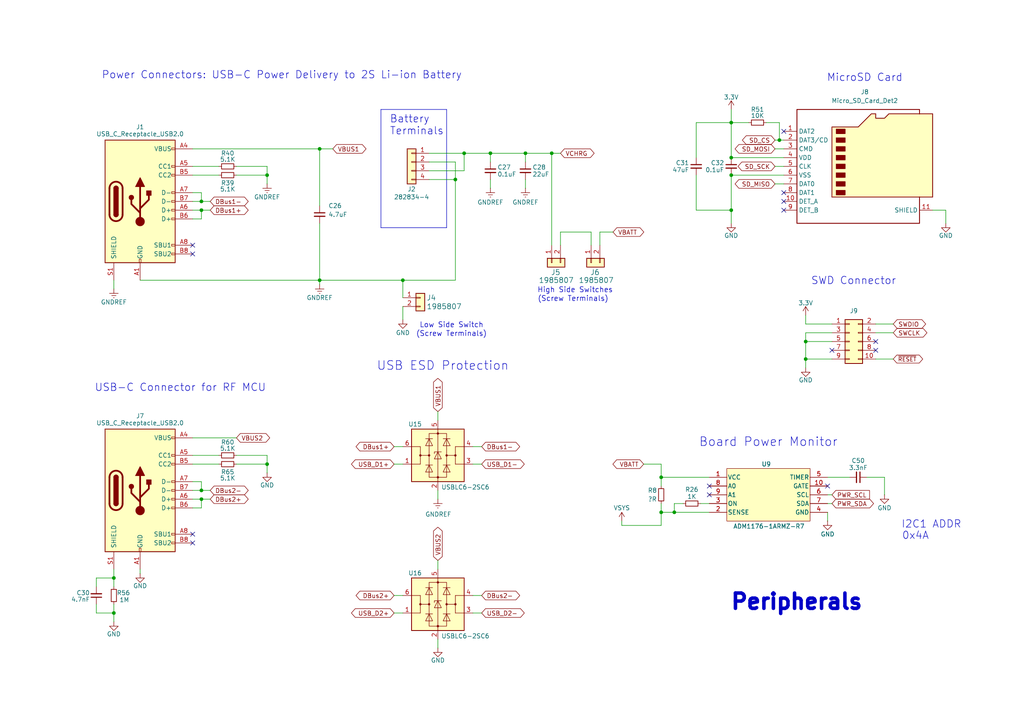
<source format=kicad_sch>
(kicad_sch (version 20231120) (generator "eeschema") (generator_version "8.0")
  (paper "A4")
  (title_block (title "Mainboard") (date "2024-06-16") (rev "v1.1") (company "Argus-1") (comment 1 "M. Holliday") (comment 2 "N. Khera"))
  (lib_symbols
    (symbol "Connector:Micro_SD_Card_Det2"
      (property "Reference" "J" (at -16.51 17.78 0))
      (property "Value" "Micro_SD_Card_Det2" (at 16.51 17.78 0))
      (symbol "Micro_SD_Card_Det2_0_1"
        (rectangle (start -7.62 -6.985) (end -5.08 -8.255) (stroke (width 0.254)) (fill (type outline)))
        (rectangle (start -7.62 -4.445) (end -5.08 -5.715) (stroke (width 0.254)) (fill (type outline)))
        (rectangle (start -7.62 -1.905) (end -5.08 -3.175) (stroke (width 0.254)) (fill (type outline)))
        (rectangle (start -7.62 0.635) (end -5.08 -0.635) (stroke (width 0.254)) (fill (type outline)))
        (rectangle (start -7.62 3.175) (end -5.08 1.905) (stroke (width 0.254)) (fill (type outline)))
        (rectangle (start -7.62 5.715) (end -5.08 4.445) (stroke (width 0.254)) (fill (type outline)))
        (rectangle (start -7.62 8.255) (end -5.08 6.985) (stroke (width 0.254)) (fill (type outline)))
        (rectangle (start -7.62 10.795) (end -5.08 9.525) (stroke (width 0.254)) (fill (type outline)))
        (polyline (pts (xy 16.51 15.24) (xy 16.51 16.51) (xy -19.05 16.51) (xy -19.05 -16.51) (xy 16.51 -16.51) (xy 16.51 -8.89)) (stroke (width 0.254)))
        (polyline (pts (xy -8.89 -8.89) (xy -8.89 11.43) (xy -1.27 11.43) (xy 2.54 15.24) (xy 3.81 15.24) (xy 3.81 13.97) (xy 6.35 13.97) (xy 7.62 15.24) (xy 20.32 15.24) (xy 20.32 -8.89) (xy -8.89 -8.89)) (stroke (width 0.254)) (fill (type background)))
      )
      (symbol "Micro_SD_Card_Det2_1_1"
        (pin bidirectional line (at -22.86 10.16 0) (length 3.81) (name "DAT2") (number "1"))
        (pin passive line (at -22.86 -10.16 0) (length 3.81) (name "DET_A") (number "10"))
        (pin passive line (at 20.32 -12.7 180) (length 3.81) (name "SHIELD") (number "11"))
        (pin bidirectional line (at -22.86 7.62 0) (length 3.81) (name "DAT3/CD") (number "2"))
        (pin input line (at -22.86 5.08 0) (length 3.81) (name "CMD") (number "3"))
        (pin power_in line (at -22.86 2.54 0) (length 3.81) (name "VDD") (number "4"))
        (pin input line (at -22.86 0 0) (length 3.81) (name "CLK") (number "5"))
        (pin power_in line (at -22.86 -2.54 0) (length 3.81) (name "VSS") (number "6"))
        (pin bidirectional line (at -22.86 -5.08 0) (length 3.81) (name "DAT0") (number "7"))
        (pin bidirectional line (at -22.86 -7.62 0) (length 3.81) (name "DAT1") (number "8"))
        (pin passive line (at -22.86 -12.7 0) (length 3.81) (name "DET_B") (number "9"))
      )
    )
    (symbol "Connector:USB_C_Receptacle_USB2.0_16P" (pin_names (offset 1.016))
      (property "Reference" "J" (at 0 22.225 0))
      (property "Value" "USB_C_Receptacle_USB2.0_16P" (at 0 19.685 0))
      (symbol "USB_C_Receptacle_USB2.0_16P_0_0"
        (rectangle (start -0.254 -17.78) (end 0.254 -16.764))
        (rectangle (start 10.16 -14.986) (end 9.144 -15.494))
        (rectangle (start 10.16 -12.446) (end 9.144 -12.954))
        (rectangle (start 10.16 -4.826) (end 9.144 -5.334))
        (rectangle (start 10.16 -2.286) (end 9.144 -2.794))
        (rectangle (start 10.16 0.254) (end 9.144 -0.254))
        (rectangle (start 10.16 2.794) (end 9.144 2.286))
        (rectangle (start 10.16 7.874) (end 9.144 7.366))
        (rectangle (start 10.16 10.414) (end 9.144 9.906))
        (rectangle (start 10.16 15.494) (end 9.144 14.986))
      )
      (symbol "USB_C_Receptacle_USB2.0_16P_0_1"
        (rectangle (start -10.16 17.78) (end 10.16 -17.78) (stroke (width 0.254)) (fill (type background)))
        (arc (start -8.89 -3.81) (mid -6.985 -5.7067) (end -5.08 -3.81) (stroke (width 0.508)))
        (arc (start -7.62 -3.81) (mid -6.985 -4.4423) (end -6.35 -3.81) (stroke (width 0.254)))
        (arc (start -7.62 -3.81) (mid -6.985 -4.4423) (end -6.35 -3.81) (stroke (width 0.254)) (fill (type outline)))
        (rectangle (start -7.62 -3.81) (end -6.35 3.81) (stroke (width 0.254)) (fill (type outline)))
        (arc (start -6.35 3.81) (mid -6.985 4.4423) (end -7.62 3.81) (stroke (width 0.254)))
        (arc (start -6.35 3.81) (mid -6.985 4.4423) (end -7.62 3.81) (stroke (width 0.254)) (fill (type outline)))
        (arc (start -5.08 3.81) (mid -6.985 5.7067) (end -8.89 3.81) (stroke (width 0.508)))
        (circle (center -2.54 1.143) (radius 0.635) (stroke (width 0.254)) (fill (type outline)))
        (circle (center 0 -5.842) (radius 1.27) (fill (type outline)))
        (polyline (pts (xy -8.89 -3.81) (xy -8.89 3.81)) (stroke (width 0.508)))
        (polyline (pts (xy -5.08 3.81) (xy -5.08 -3.81)) (stroke (width 0.508)))
        (polyline (pts (xy 0 -5.842) (xy 0 4.318)) (stroke (width 0.508)))
        (polyline (pts (xy 0 -3.302) (xy -2.54 -0.762) (xy -2.54 0.508)) (stroke (width 0.508)))
        (polyline (pts (xy 0 -2.032) (xy 2.54 0.508) (xy 2.54 1.778)) (stroke (width 0.508)))
        (polyline (pts (xy -1.27 4.318) (xy 0 6.858) (xy 1.27 4.318) (xy -1.27 4.318)) (stroke (width 0.254)) (fill (type outline)))
        (rectangle (start 1.905 1.778) (end 3.175 3.048) (stroke (width 0.254)) (fill (type outline)))
      )
      (symbol "USB_C_Receptacle_USB2.0_16P_1_1"
        (pin passive line (at 0 -22.86 90) (length 5.08) (name "GND") (number "A1"))
        (pin passive line (at 0 -22.86 90) (length 5.08) hide (name "GND") (number "A12"))
        (pin passive line (at 15.24 15.24 180) (length 5.08) (name "VBUS") (number "A4"))
        (pin bidirectional line (at 15.24 10.16 180) (length 5.08) (name "CC1") (number "A5"))
        (pin bidirectional line (at 15.24 -2.54 180) (length 5.08) (name "D+") (number "A6"))
        (pin bidirectional line (at 15.24 2.54 180) (length 5.08) (name "D-") (number "A7"))
        (pin bidirectional line (at 15.24 -12.7 180) (length 5.08) (name "SBU1") (number "A8"))
        (pin passive line (at 15.24 15.24 180) (length 5.08) hide (name "VBUS") (number "A9"))
        (pin passive line (at 0 -22.86 90) (length 5.08) hide (name "GND") (number "B1"))
        (pin passive line (at 0 -22.86 90) (length 5.08) hide (name "GND") (number "B12"))
        (pin passive line (at 15.24 15.24 180) (length 5.08) hide (name "VBUS") (number "B4"))
        (pin bidirectional line (at 15.24 7.62 180) (length 5.08) (name "CC2") (number "B5"))
        (pin bidirectional line (at 15.24 -5.08 180) (length 5.08) (name "D+") (number "B6"))
        (pin bidirectional line (at 15.24 0 180) (length 5.08) (name "D-") (number "B7"))
        (pin bidirectional line (at 15.24 -15.24 180) (length 5.08) (name "SBU2") (number "B8"))
        (pin passive line (at 15.24 15.24 180) (length 5.08) hide (name "VBUS") (number "B9"))
        (pin passive line (at -7.62 -22.86 90) (length 5.08) (name "SHIELD") (number "S1"))
      )
    )
    (symbol "Connector_Generic:Conn_01x02" (pin_names (offset 1.016) hide)
      (property "Reference" "J" (at 0 2.54 0))
      (property "Value" "Conn_01x02" (at 0 -5.08 0))
      (symbol "Conn_01x02_1_1"
        (rectangle (start -1.27 -2.413) (end 0 -2.667) (stroke (width 0.1524)))
        (rectangle (start -1.27 0.127) (end 0 -0.127) (stroke (width 0.1524)))
        (rectangle (start -1.27 1.27) (end 1.27 -3.81) (stroke (width 0.254)) (fill (type background)))
        (pin passive line (at -5.08 0 0) (length 3.81) (name "Pin_1") (number "1"))
        (pin passive line (at -5.08 -2.54 0) (length 3.81) (name "Pin_2") (number "2"))
      )
    )
    (symbol "Connector_Generic:Conn_01x04" (pin_names (offset 1.016) hide)
      (property "Reference" "J" (at 0 5.08 0))
      (property "Value" "Conn_01x04" (at 0 -7.62 0))
      (symbol "Conn_01x04_1_1"
        (rectangle (start -1.27 -4.953) (end 0 -5.207) (stroke (width 0.1524)))
        (rectangle (start -1.27 -2.413) (end 0 -2.667) (stroke (width 0.1524)))
        (rectangle (start -1.27 0.127) (end 0 -0.127) (stroke (width 0.1524)))
        (rectangle (start -1.27 2.667) (end 0 2.413) (stroke (width 0.1524)))
        (rectangle (start -1.27 3.81) (end 1.27 -6.35) (stroke (width 0.254)) (fill (type background)))
        (pin passive line (at -5.08 2.54 0) (length 3.81) (name "Pin_1") (number "1"))
        (pin passive line (at -5.08 0 0) (length 3.81) (name "Pin_2") (number "2"))
        (pin passive line (at -5.08 -2.54 0) (length 3.81) (name "Pin_3") (number "3"))
        (pin passive line (at -5.08 -5.08 0) (length 3.81) (name "Pin_4") (number "4"))
      )
    )
    (symbol "Connector_Generic:Conn_02x05_Odd_Even" (pin_names (offset 1.016) hide)
      (property "Reference" "J" (at 1.27 7.62 0))
      (property "Value" "Conn_02x05_Odd_Even" (at 1.27 -7.62 0))
      (symbol "Conn_02x05_Odd_Even_1_1"
        (rectangle (start -1.27 -4.953) (end 0 -5.207) (stroke (width 0.1524)))
        (rectangle (start -1.27 -2.413) (end 0 -2.667) (stroke (width 0.1524)))
        (rectangle (start -1.27 0.127) (end 0 -0.127) (stroke (width 0.1524)))
        (rectangle (start -1.27 2.667) (end 0 2.413) (stroke (width 0.1524)))
        (rectangle (start -1.27 5.207) (end 0 4.953) (stroke (width 0.1524)))
        (rectangle (start -1.27 6.35) (end 3.81 -6.35) (stroke (width 0.254)) (fill (type background)))
        (rectangle (start 3.81 -4.953) (end 2.54 -5.207) (stroke (width 0.1524)))
        (rectangle (start 3.81 -2.413) (end 2.54 -2.667) (stroke (width 0.1524)))
        (rectangle (start 3.81 0.127) (end 2.54 -0.127) (stroke (width 0.1524)))
        (rectangle (start 3.81 2.667) (end 2.54 2.413) (stroke (width 0.1524)))
        (rectangle (start 3.81 5.207) (end 2.54 4.953) (stroke (width 0.1524)))
        (pin passive line (at -5.08 5.08 0) (length 3.81) (name "Pin_1") (number "1"))
        (pin passive line (at 7.62 -5.08 180) (length 3.81) (name "Pin_10") (number "10"))
        (pin passive line (at 7.62 5.08 180) (length 3.81) (name "Pin_2") (number "2"))
        (pin passive line (at -5.08 2.54 0) (length 3.81) (name "Pin_3") (number "3"))
        (pin passive line (at 7.62 2.54 180) (length 3.81) (name "Pin_4") (number "4"))
        (pin passive line (at -5.08 0 0) (length 3.81) (name "Pin_5") (number "5"))
        (pin passive line (at 7.62 0 180) (length 3.81) (name "Pin_6") (number "6"))
        (pin passive line (at -5.08 -2.54 0) (length 3.81) (name "Pin_7") (number "7"))
        (pin passive line (at 7.62 -2.54 180) (length 3.81) (name "Pin_8") (number "8"))
        (pin passive line (at -5.08 -5.08 0) (length 3.81) (name "Pin_9") (number "9"))
      )
    )
    (symbol "Device:C_Small" (pin_numbers hide) (pin_names (offset 0.254) hide)
      (property "Reference" "C" (at 0.254 1.778 0))
      (property "Value" "C_Small" (at 0.254 -2.032 0))
      (symbol "C_Small_0_1"
        (polyline (pts (xy -1.524 -0.508) (xy 1.524 -0.508)) (stroke (width 0.3302)))
        (polyline (pts (xy -1.524 0.508) (xy 1.524 0.508)) (stroke (width 0.3048)))
      )
      (symbol "C_Small_1_1"
        (pin passive line (at 0 2.54 270) (length 2.032) (name "~") (number "1"))
        (pin passive line (at 0 -2.54 90) (length 2.032) (name "~") (number "2"))
      )
    )
    (symbol "Device:R_Small" (pin_numbers hide) (pin_names (offset 0.254) hide)
      (property "Reference" "R" (at 0.762 0.508 0))
      (property "Value" "R_Small" (at 0.762 -1.016 0))
      (symbol "R_Small_0_1"
        (rectangle (start -0.762 1.778) (end 0.762 -1.778) (stroke (width 0.2032)))
      )
      (symbol "R_Small_1_1"
        (pin passive line (at 0 2.54 270) (length 0.762) (name "~") (number "1"))
        (pin passive line (at 0 -2.54 90) (length 0.762) (name "~") (number "2"))
      )
    )
    (symbol "Mainboard:ADM1176-1ARMZ-R7" (pin_names (offset 0.254))
      (property "Reference" "U9" (at 0 8.89 0))
      (property "Value" "ADM1176-1ARMZ-R7" (at 0.762 -9.144 0))
      (symbol "ADM1176-1ARMZ-R7_1_0"
        (pin unspecified line (at -16.51 5.08 0) (length 5.08) (name "VCC") (number "1"))
        (pin unspecified line (at 17.78 2.54 180) (length 5.08) (name "GATE") (number "10"))
        (pin unspecified line (at -16.51 -5.08 0) (length 5.08) (name "SENSE") (number "2"))
        (pin unspecified line (at -16.51 -2.54 0) (length 5.08) (name "ON") (number "3"))
        (pin unspecified line (at 17.78 -5.08 180) (length 5.08) (name "GND") (number "4"))
        (pin unspecified line (at 17.78 5.08 180) (length 5.08) (name "TIMER") (number "5"))
        (pin unspecified line (at 17.78 0 180) (length 5.08) (name "SCL") (number "6"))
        (pin unspecified line (at 17.78 -2.54 180) (length 5.08) (name "SDA") (number "7"))
        (pin unspecified line (at -16.51 2.54 0) (length 5.08) (name "A0") (number "8"))
        (pin unspecified line (at -16.51 0 0) (length 5.08) (name "A1") (number "9"))
      )
      (symbol "ADM1176-1ARMZ-R7_1_1"
        (rectangle (start -11.43 7.62) (end 12.7 -7.62) (fill (type background)))
      )
    )
    (symbol "Power_Protection:USBLC6-2SC6" (pin_names hide)
      (property "Reference" "U" (at 2.54 8.89 0))
      (property "Value" "USBLC6-2SC6" (at 2.54 -8.89 0))
      (symbol "USBLC6-2SC6_0_1"
        (rectangle (start -7.62 -7.62) (end 7.62 7.62) (stroke (width 0.254)) (fill (type background)))
        (circle (center -5.08 0) (radius 0.254) (fill (type outline)))
        (circle (center -2.54 0) (radius 0.254) (fill (type outline)))
        (rectangle (start -2.54 6.35) (end 2.54 -6.35))
        (circle (center 0 -6.35) (radius 0.254) (fill (type outline)))
        (polyline (pts (xy -5.08 -2.54) (xy -7.62 -2.54)))
        (polyline (pts (xy -5.08 0) (xy -5.08 -2.54)))
        (polyline (pts (xy -5.08 2.54) (xy -7.62 2.54)))
        (polyline (pts (xy -1.524 -2.794) (xy -3.556 -2.794)))
        (polyline (pts (xy -1.524 4.826) (xy -3.556 4.826)))
        (polyline (pts (xy 0 -7.62) (xy 0 -6.35)))
        (polyline (pts (xy 0 -6.35) (xy 0 1.27)))
        (polyline (pts (xy 0 1.27) (xy 0 6.35)))
        (polyline (pts (xy 0 6.35) (xy 0 7.62)))
        (polyline (pts (xy 1.524 -2.794) (xy 3.556 -2.794)))
        (polyline (pts (xy 1.524 4.826) (xy 3.556 4.826)))
        (polyline (pts (xy 5.08 -2.54) (xy 7.62 -2.54)))
        (polyline (pts (xy 5.08 0) (xy 5.08 -2.54)))
        (polyline (pts (xy 5.08 2.54) (xy 7.62 2.54)))
        (polyline (pts (xy -2.54 0) (xy -5.08 0) (xy -5.08 2.54)))
        (polyline (pts (xy 2.54 0) (xy 5.08 0) (xy 5.08 2.54)))
        (polyline (pts (xy -3.556 -4.826) (xy -1.524 -4.826) (xy -2.54 -2.794) (xy -3.556 -4.826)))
        (polyline (pts (xy -3.556 2.794) (xy -1.524 2.794) (xy -2.54 4.826) (xy -3.556 2.794)))
        (polyline (pts (xy -1.016 -1.016) (xy 1.016 -1.016) (xy 0 1.016) (xy -1.016 -1.016)))
        (polyline (pts (xy 1.016 1.016) (xy 0.762 1.016) (xy -1.016 1.016) (xy -1.016 0.508)))
        (polyline (pts (xy 3.556 -4.826) (xy 1.524 -4.826) (xy 2.54 -2.794) (xy 3.556 -4.826)))
        (polyline (pts (xy 3.556 2.794) (xy 1.524 2.794) (xy 2.54 4.826) (xy 3.556 2.794)))
        (circle (center 0 6.35) (radius 0.254) (fill (type outline)))
        (circle (center 2.54 0) (radius 0.254) (fill (type outline)))
        (circle (center 5.08 0) (radius 0.254) (fill (type outline)))
      )
      (symbol "USBLC6-2SC6_1_1"
        (pin passive line (at -10.16 -2.54 0) (length 2.54) (name "I/O1") (number "1"))
        (pin passive line (at 0 -10.16 90) (length 2.54) (name "GND") (number "2"))
        (pin passive line (at 10.16 -2.54 180) (length 2.54) (name "I/O2") (number "3"))
        (pin passive line (at 10.16 2.54 180) (length 2.54) (name "I/O2") (number "4"))
        (pin passive line (at 0 10.16 270) (length 2.54) (name "VBUS") (number "5"))
        (pin passive line (at -10.16 2.54 0) (length 2.54) (name "I/O1") (number "6"))
      )
    )
    (symbol "power:+3.3V" (power) (pin_numbers hide) (pin_names (offset 0) hide)
      (property "Value" "+3.3V" (at 0 3.556 0))
      (symbol "+3.3V_0_1"
        (polyline (pts (xy -0.762 1.27) (xy 0 2.54)))
        (polyline (pts (xy 0 0) (xy 0 2.54)))
        (polyline (pts (xy 0 2.54) (xy 0.762 1.27)))
      )
      (symbol "+3.3V_1_1"
        (pin power_in line (at 0 0 90) (length 0) (name "~") (number "1"))
      )
    )
    (symbol "power:+BATT" (power) (pin_numbers hide) (pin_names (offset 0) hide)
      (property "Value" "+BATT" (at 0 3.556 0))
      (symbol "+BATT_0_1"
        (polyline (pts (xy -0.762 1.27) (xy 0 2.54)))
        (polyline (pts (xy 0 0) (xy 0 2.54)))
        (polyline (pts (xy 0 2.54) (xy 0.762 1.27)))
      )
      (symbol "+BATT_1_1"
        (pin power_in line (at 0 0 90) (length 0) (name "~") (number "1"))
      )
    )
    (symbol "power:GND" (power) (pin_numbers hide) (pin_names (offset 0) hide)
      (property "Value" "GND" (at 0 -3.81 0))
      (symbol "GND_0_1"
        (polyline (pts (xy 0 0) (xy 0 -1.27) (xy 1.27 -1.27) (xy 0 -2.54) (xy -1.27 -1.27) (xy 0 -1.27)))
      )
      (symbol "GND_1_1"
        (pin power_in line (at 0 0 270) (length 0) (name "~") (number "1"))
      )
    )
    (symbol "power:GNDREF" (power) (pin_numbers hide) (pin_names (offset 0) hide)
      (property "Value" "GNDREF" (at 0 -3.81 0))
      (symbol "GNDREF_0_1"
        (polyline (pts (xy -0.635 -1.905) (xy 0.635 -1.905)))
        (polyline (pts (xy -0.127 -2.54) (xy 0.127 -2.54)))
        (polyline (pts (xy 0 -1.27) (xy 0 0)))
        (polyline (pts (xy 1.27 -1.27) (xy -1.27 -1.27)))
      )
      (symbol "GNDREF_1_1"
        (pin power_in line (at 0 0 270) (length 0) (name "~") (number "1"))
      )
    )
  )
  (junction (at 58.42 142.24))
  (junction (at 92.71 81.28))
  (junction (at 191.77 148.59))
  (junction (at 152.4 44.45))
  (junction (at 212.09 50.8))
  (junction (at 33.02 177.8))
  (junction (at 195.58 148.59))
  (junction (at 58.42 58.42))
  (junction (at 233.68 99.06))
  (junction (at 212.09 35.56))
  (junction (at 226.06 40.64))
  (junction (at 33.02 167.64))
  (junction (at 132.08 52.07))
  (junction (at 212.09 45.72))
  (junction (at 58.42 144.78))
  (junction (at 212.09 60.96))
  (junction (at 116.84 81.28))
  (junction (at 92.71 43.18))
  (junction (at 134.62 44.45))
  (junction (at 233.68 104.14))
  (junction (at 77.47 134.62))
  (junction (at 58.42 60.96))
  (junction (at 142.24 44.45))
  (junction (at 191.77 138.43))
  (junction (at 77.47 50.8))
  (junction (at 160.02 44.45))
  (no_connect (at 227.33 38.1))
  (no_connect (at 55.88 73.66))
  (no_connect (at 241.3 101.6))
  (no_connect (at 227.33 58.42))
  (no_connect (at 55.88 154.94))
  (no_connect (at 55.88 157.48))
  (no_connect (at 254 99.06))
  (no_connect (at 205.74 143.51))
  (no_connect (at 227.33 55.88))
  (no_connect (at 227.33 60.96))
  (no_connect (at 240.03 140.97))
  (no_connect (at 55.88 71.12))
  (no_connect (at 254 101.6))
  (no_connect (at 205.74 140.97))
  (wire (pts (xy 212.09 60.96) (xy 212.09 64.77)))
  (wire (pts (xy 33.02 165.1) (xy 33.02 167.64)))
  (wire (pts (xy 240.03 151.13) (xy 240.03 148.59)))
  (wire (pts (xy 58.42 144.78) (xy 55.88 144.78)))
  (wire (pts (xy 58.42 60.96) (xy 55.88 60.96)))
  (wire (pts (xy 254 96.52) (xy 259.08 96.52)))
  (wire (pts (xy 162.56 67.31) (xy 171.45 67.31)))
  (wire (pts (xy 127 162.56) (xy 127 165.1)))
  (wire (pts (xy 58.42 63.5) (xy 58.42 60.96)))
  (wire (pts (xy 254 104.14) (xy 259.08 104.14)))
  (wire (pts (xy 77.47 48.26) (xy 77.47 50.8)))
  (wire (pts (xy 116.84 81.28) (xy 132.08 81.28)))
  (wire (pts (xy 55.88 147.32) (xy 58.42 147.32)))
  (wire (pts (xy 58.42 147.32) (xy 58.42 144.78)))
  (wire (pts (xy 116.84 88.9) (xy 116.84 92.71)))
  (wire (pts (xy 270.51 60.96) (xy 274.32 60.96)))
  (wire (pts (xy 137.16 177.8) (xy 139.7 177.8)))
  (wire (pts (xy 92.71 81.28) (xy 116.84 81.28)))
  (wire (pts (xy 226.06 40.64) (xy 226.06 35.56)))
  (wire (pts (xy 186.69 134.62) (xy 191.77 134.62)))
  (wire (pts (xy 58.42 142.24) (xy 55.88 142.24)))
  (wire (pts (xy 116.84 86.36) (xy 116.84 81.28)))
  (wire (pts (xy 201.93 45.72) (xy 201.93 35.56)))
  (wire (pts (xy 27.94 167.64) (xy 27.94 170.18)))
  (wire (pts (xy 224.79 53.34) (xy 227.33 53.34)))
  (wire (pts (xy 233.68 104.14) (xy 233.68 106.68)))
  (wire (pts (xy 227.33 50.8) (xy 212.09 50.8)))
  (wire (pts (xy 127 187.96) (xy 127 185.42)))
  (wire (pts (xy 191.77 146.05) (xy 191.77 148.59)))
  (wire (pts (xy 68.58 134.62) (xy 77.47 134.62)))
  (wire (pts (xy 27.94 175.26) (xy 27.94 177.8)))
  (wire (pts (xy 241.3 93.98) (xy 233.68 93.98)))
  (wire (pts (xy 127 119.38) (xy 127 121.92)))
  (wire (pts (xy 55.88 50.8) (xy 63.5 50.8)))
  (wire (pts (xy 114.3 134.62) (xy 116.84 134.62)))
  (wire (pts (xy 27.94 177.8) (xy 33.02 177.8)))
  (wire (pts (xy 124.46 44.45) (xy 134.62 44.45)))
  (wire (pts (xy 201.93 35.56) (xy 212.09 35.56)))
  (wire (pts (xy 139.7 129.54) (xy 137.16 129.54)))
  (wire (pts (xy 191.77 138.43) (xy 191.77 140.97)))
  (wire (pts (xy 92.71 82.55) (xy 92.71 81.28)))
  (wire (pts (xy 180.34 152.4) (xy 180.34 151.13)))
  (wire (pts (xy 33.02 167.64) (xy 33.02 170.18)))
  (wire (pts (xy 92.71 43.18) (xy 96.52 43.18)))
  (wire (pts (xy 201.93 50.8) (xy 201.93 60.96)))
  (wire (pts (xy 152.4 44.45) (xy 160.02 44.45)))
  (wire (pts (xy 191.77 148.59) (xy 195.58 148.59)))
  (wire (pts (xy 274.32 60.96) (xy 274.32 64.77)))
  (wire (pts (xy 134.62 44.45) (xy 142.24 44.45)))
  (wire (pts (xy 58.42 139.7) (xy 58.42 142.24)))
  (wire (pts (xy 198.12 146.05) (xy 195.58 146.05)))
  (wire (pts (xy 33.02 167.64) (xy 27.94 167.64)))
  (wire (pts (xy 224.79 43.18) (xy 227.33 43.18)))
  (wire (pts (xy 58.42 55.88) (xy 58.42 58.42)))
  (wire (pts (xy 233.68 99.06) (xy 241.3 99.06)))
  (wire (pts (xy 58.42 58.42) (xy 55.88 58.42)))
  (wire (pts (xy 68.58 132.08) (xy 77.47 132.08)))
  (wire (pts (xy 241.3 146.05) (xy 240.03 146.05)))
  (wire (pts (xy 226.06 40.64) (xy 227.33 40.64)))
  (wire (pts (xy 55.88 48.26) (xy 63.5 48.26)))
  (wire (pts (xy 195.58 148.59) (xy 205.74 148.59)))
  (wire (pts (xy 256.54 138.43) (xy 256.54 143.51)))
  (wire (pts (xy 33.02 180.34) (xy 33.02 177.8)))
  (wire (pts (xy 55.88 63.5) (xy 58.42 63.5)))
  (wire (pts (xy 162.56 71.12) (xy 162.56 67.31)))
  (wire (pts (xy 191.77 138.43) (xy 191.77 134.62)))
  (polyline (pts (xy 110.49 66.04) (xy 110.49 31.75)))
  (wire (pts (xy 212.09 50.8) (xy 212.09 60.96)))
  (wire (pts (xy 180.34 152.4) (xy 191.77 152.4)))
  (wire (pts (xy 152.4 46.99) (xy 152.4 44.45)))
  (wire (pts (xy 124.46 52.07) (xy 132.08 52.07)))
  (wire (pts (xy 191.77 138.43) (xy 205.74 138.43)))
  (polyline (pts (xy 129.54 66.04) (xy 129.54 31.75)))
  (wire (pts (xy 114.3 177.8) (xy 116.84 177.8)))
  (wire (pts (xy 124.46 46.99) (xy 132.08 46.99)))
  (wire (pts (xy 226.06 35.56) (xy 222.25 35.56)))
  (wire (pts (xy 124.46 49.53) (xy 134.62 49.53)))
  (wire (pts (xy 33.02 175.26) (xy 33.02 177.8)))
  (wire (pts (xy 142.24 46.99) (xy 142.24 44.45)))
  (wire (pts (xy 92.71 43.18) (xy 55.88 43.18)))
  (wire (pts (xy 142.24 44.45) (xy 152.4 44.45)))
  (wire (pts (xy 233.68 99.06) (xy 233.68 104.14)))
  (wire (pts (xy 241.3 96.52) (xy 233.68 96.52)))
  (wire (pts (xy 127 144.78) (xy 127 142.24)))
  (wire (pts (xy 173.99 67.31) (xy 177.8 67.31)))
  (wire (pts (xy 152.4 54.61) (xy 152.4 52.07)))
  (wire (pts (xy 55.88 127) (xy 68.58 127)))
  (wire (pts (xy 171.45 67.31) (xy 171.45 71.12)))
  (wire (pts (xy 233.68 104.14) (xy 241.3 104.14)))
  (wire (pts (xy 40.64 166.37) (xy 40.64 165.1)))
  (wire (pts (xy 55.88 132.08) (xy 63.5 132.08)))
  (wire (pts (xy 160.02 44.45) (xy 162.56 44.45)))
  (wire (pts (xy 114.3 172.72) (xy 116.84 172.72)))
  (wire (pts (xy 160.02 44.45) (xy 160.02 71.12)))
  (wire (pts (xy 191.77 148.59) (xy 191.77 152.4)))
  (wire (pts (xy 58.42 144.78) (xy 60.96 144.78)))
  (wire (pts (xy 212.09 35.56) (xy 212.09 45.72)))
  (wire (pts (xy 68.58 48.26) (xy 77.47 48.26)))
  (wire (pts (xy 58.42 58.42) (xy 60.96 58.42)))
  (wire (pts (xy 173.99 71.12) (xy 173.99 67.31)))
  (wire (pts (xy 227.33 48.26) (xy 224.79 48.26)))
  (wire (pts (xy 132.08 46.99) (xy 132.08 52.07)))
  (wire (pts (xy 205.74 146.05) (xy 203.2 146.05)))
  (wire (pts (xy 132.08 52.07) (xy 132.08 81.28)))
  (wire (pts (xy 233.68 91.44) (xy 233.68 93.98)))
  (polyline (pts (xy 110.49 31.75) (xy 129.54 31.75)))
  (wire (pts (xy 240.03 138.43) (xy 246.38 138.43)))
  (wire (pts (xy 201.93 60.96) (xy 212.09 60.96)))
  (wire (pts (xy 233.68 96.52) (xy 233.68 99.06)))
  (wire (pts (xy 256.54 138.43) (xy 251.46 138.43)))
  (wire (pts (xy 212.09 31.75) (xy 212.09 35.56)))
  (wire (pts (xy 77.47 53.34) (xy 77.47 50.8)))
  (wire (pts (xy 139.7 134.62) (xy 137.16 134.62)))
  (wire (pts (xy 254 93.98) (xy 259.08 93.98)))
  (wire (pts (xy 195.58 146.05) (xy 195.58 148.59)))
  (wire (pts (xy 77.47 132.08) (xy 77.47 134.62)))
  (wire (pts (xy 224.79 40.64) (xy 226.06 40.64)))
  (wire (pts (xy 142.24 52.07) (xy 142.24 54.61)))
  (wire (pts (xy 114.3 129.54) (xy 116.84 129.54)))
  (wire (pts (xy 55.88 134.62) (xy 63.5 134.62)))
  (wire (pts (xy 33.02 83.82) (xy 33.02 81.28)))
  (wire (pts (xy 92.71 64.77) (xy 92.71 81.28)))
  (wire (pts (xy 137.16 172.72) (xy 139.7 172.72)))
  (wire (pts (xy 77.47 137.16) (xy 77.47 134.62)))
  (wire (pts (xy 58.42 142.24) (xy 60.96 142.24)))
  (wire (pts (xy 134.62 44.45) (xy 134.62 49.53)))
  (wire (pts (xy 68.58 50.8) (xy 77.47 50.8)))
  (wire (pts (xy 58.42 60.96) (xy 60.96 60.96)))
  (wire (pts (xy 241.3 143.51) (xy 240.03 143.51)))
  (wire (pts (xy 40.64 81.28) (xy 92.71 81.28)))
  (wire (pts (xy 227.33 45.72) (xy 212.09 45.72)))
  (polyline (pts (xy 110.49 66.04) (xy 129.54 66.04)))
  (wire (pts (xy 55.88 55.88) (xy 58.42 55.88)))
  (wire (pts (xy 217.17 35.56) (xy 212.09 35.56)))
  (wire (pts (xy 55.88 139.7) (xy 58.42 139.7)))
  (wire (pts (xy 92.71 43.18) (xy 92.71 59.69)))
  (text "Power Connectors: USB-C Power Delivery to 2S Li-ion Battery" (at 29.464 23.114 0) (effects (font (size 2.159 2.159)) (justify left bottom)))
  (text "(Screw Terminals)" (at 176.53 87.63 0) (effects (font (size 1.4986 1.4986)) (justify right bottom)))
  (text "0x4A" (at 269.494 156.718 0) (effects (font (size 2.159 2.159)) (justify right bottom)))
  (text "SWD Connector" (at 235.204 82.804 0) (effects (font (size 2.159 2.159)) (justify left bottom)))
  (text "MicroSD Card" (at 239.776 23.876 0) (effects (font (size 2.159 2.159)) (justify left bottom)))
  (text "Low Side Switch" (at 121.666 95.25 0) (effects (font (size 1.4986 1.4986)) (justify left bottom)))
  (text "Board Power Monitor" (at 202.692 129.794 0) (effects (font (size 2.54 2.54)) (justify left bottom)))
  (text "Peripherals" (at 211.582 177.292 0) (effects (font (size 4.445 4.445) (thickness 1.016) (bold yes)) (justify left bottom)))
  (text "I2C1 ADDR" (at 278.892 153.416 0) (effects (font (size 2.159 2.159)) (justify right bottom)))
  (text "(Screw Terminals)" (at 120.65 97.79 0) (effects (font (size 1.4986 1.4986)) (justify left bottom)))
  (text "USB ESD Protection" (at 109.22 107.696 0) (effects (font (size 2.54 2.54)) (justify left bottom)))
  (text "Battery\nTerminals" (at 113.03 39.37 0) (effects (font (size 2.159 2.159)) (justify left bottom)))
  (text "USB-C Connector for RF MCU" (at 27.432 113.792 0) (effects (font (size 2.159 2.159)) (justify left bottom)))
  (text "High Side Switches" (at 177.8 85.09 0) (effects (font (size 1.4986 1.4986)) (justify right bottom)))
  (global_label "DBus1-" (shape bidirectional) (at 60.96 58.42 0) (property "Intersheetrefs" "${INTERSHEET_REFS}" (effects (hide yes))))
  (global_label "USB_D1+" (shape bidirectional) (at 114.3 134.62 180) (property "Intersheetrefs" "${INTERSHEET_REFS}" (effects (hide yes))))
  (global_label "DBus1+" (shape bidirectional) (at 60.96 60.96 0) (property "Intersheetrefs" "${INTERSHEET_REFS}" (effects (hide yes))))
  (global_label "USB_D2+" (shape bidirectional) (at 114.3 177.8 180) (property "Intersheetrefs" "${INTERSHEET_REFS}" (effects (hide yes))))
  (global_label "SD_SCK" (shape bidirectional) (at 224.79 48.26 180) (property "Intersheetrefs" "${INTERSHEET_REFS}" (effects (hide yes))))
  (global_label "VBUS2" (shape bidirectional) (at 127 162.56 90) (property "Intersheetrefs" "${INTERSHEET_REFS}" (effects (hide yes))))
  (global_label "VBATT" (shape bidirectional) (at 177.8 67.31 0) (property "Intersheetrefs" "${INTERSHEET_REFS}" (effects (hide yes))))
  (global_label "VBUS1" (shape bidirectional) (at 96.52 43.18 0) (property "Intersheetrefs" "${INTERSHEET_REFS}" (effects (hide yes))))
  (global_label "DBus2-" (shape bidirectional) (at 60.96 142.24 0) (property "Intersheetrefs" "${INTERSHEET_REFS}" (effects (hide yes))))
  (global_label "SWCLK" (shape bidirectional) (at 259.08 96.52 0) (property "Intersheetrefs" "${INTERSHEET_REFS}" (effects (hide yes))))
  (global_label "~{RESET}" (shape bidirectional) (at 259.08 104.14 0) (effects (font (size 1.1684 1.1684))) (property "Intersheetrefs" "${INTERSHEET_REFS}" (effects (hide yes))))
  (global_label "VBUS2" (shape bidirectional) (at 68.58 127 0) (property "Intersheetrefs" "${INTERSHEET_REFS}" (effects (hide yes))))
  (global_label "DBus2+" (shape bidirectional) (at 60.96 144.78 0) (property "Intersheetrefs" "${INTERSHEET_REFS}" (effects (hide yes))))
  (global_label "DBus2+" (shape bidirectional) (at 114.3 172.72 180) (property "Intersheetrefs" "${INTERSHEET_REFS}" (effects (hide yes))))
  (global_label "DBus2-" (shape bidirectional) (at 139.7 172.72 0) (property "Intersheetrefs" "${INTERSHEET_REFS}" (effects (hide yes))))
  (global_label "SD_MOSI" (shape bidirectional) (at 224.79 43.18 180) (property "Intersheetrefs" "${INTERSHEET_REFS}" (effects (hide yes))))
  (global_label "DBus1-" (shape bidirectional) (at 139.7 129.54 0) (property "Intersheetrefs" "${INTERSHEET_REFS}" (effects (hide yes))))
  (global_label "USB_D1-" (shape bidirectional) (at 139.7 134.62 0) (property "Intersheetrefs" "${INTERSHEET_REFS}" (effects (hide yes))))
  (global_label "SD_MISO" (shape bidirectional) (at 224.79 53.34 180) (property "Intersheetrefs" "${INTERSHEET_REFS}" (effects (hide yes))))
  (global_label "SD_CS" (shape bidirectional) (at 224.79 40.64 180) (property "Intersheetrefs" "${INTERSHEET_REFS}" (effects (hide yes))))
  (global_label "VBATT" (shape bidirectional) (at 186.69 134.62 180) (property "Intersheetrefs" "${INTERSHEET_REFS}" (effects (hide yes))))
  (global_label "PWR_SDA" (shape bidirectional) (at 241.3 146.05 0) (property "Intersheetrefs" "${INTERSHEET_REFS}" (effects (hide yes))))
  (global_label "USB_D2-" (shape bidirectional) (at 139.7 177.8 0) (property "Intersheetrefs" "${INTERSHEET_REFS}" (effects (hide yes))))
  (global_label "PWR_SCL" (shape input) (at 241.3 143.51 0) (property "Intersheetrefs" "${INTERSHEET_REFS}" (effects (hide yes))))
  (global_label "SWDIO" (shape bidirectional) (at 259.08 93.98 0) (property "Intersheetrefs" "${INTERSHEET_REFS}" (effects (hide yes))))
  (global_label "VBUS1" (shape bidirectional) (at 127 119.38 90) (property "Intersheetrefs" "${INTERSHEET_REFS}" (effects (hide yes))))
  (global_label "VCHRG" (shape bidirectional) (at 162.56 44.45 0) (property "Intersheetrefs" "${INTERSHEET_REFS}" (effects (hide yes))))
  (global_label "DBus1+" (shape bidirectional) (at 114.3 129.54 180) (property "Intersheetrefs" "${INTERSHEET_REFS}" (effects (hide yes))))
  (symbol (lib_id "Connector:USB_C_Receptacle_USB2.0_16P") (at 40.64 58.42 0) (unit 1)
    (property "Reference" "J1" (at 40.64 36.83 0))
    (property "Value" "USB_C_Receptacle_USB2.0" (at 40.64 38.862 0))
    (property "Footprint" "Connector_USB:USB_C_Receptacle_HRO_TYPE-C-31-M-12" (effects (hide yes)))
    (property "Datasheet" "https://www.usb.org/sites/default/files/documents/usb_type-c.zip" (effects (hide yes)))
    (property "Description" "USB 2.0-only 16P Type-C Receptacle connector" (effects (hide yes)))
    (property "Flight" "U262-161N-4BVC11" (effects (hide yes)))
    (property "Manufacturer_Name" "XKB Connectivity" (effects (hide yes)))
    (property "Manufacturer_Part_Number" "U262-161N-4BVC11" (effects (hide yes)))
    (property "Proto" "U262-161N-4BVC11" (effects (hide yes)))
  )
  (symbol (lib_id "Device:C_Small") (at 142.24 49.53 0) (unit 1)
    (property "Reference" "C27" (at 144.272 48.514 0) (effects (justify left)))
    (property "Value" "0.1uF" (at 144.272 50.546 0) (effects (justify left)))
    (property "Footprint" "Capacitor_SMD:C_0603_1608Metric" (effects (hide yes)))
    (property "Description" "0.1uF +-10% 50V X7R 0603" (effects (hide yes)))
  )
  (symbol (lib_id "Device:C_Small") (at 152.4 49.53 0) (unit 1)
    (property "Reference" "C28" (at 154.432 48.514 0) (effects (justify left)))
    (property "Value" "22uF" (at 154.432 50.546 0) (effects (justify left)))
    (property "Footprint" "Capacitor_SMD:C_0603_1608Metric" (effects (hide yes)))
    (property "Description" "22uF +-20% 10V X5R" (effects (hide yes)))
  )
  (symbol (lib_id "Device:R_Small") (at 219.71 35.56 270) (mirror x) (unit 1)
    (property "Reference" "R51" (at 219.71 31.75 90))
    (property "Value" "10K" (at 219.71 33.528 90))
    (property "Footprint" "Resistor_SMD:R_0603_1608Metric" (effects (hide yes)))
    (property "Description" "Resistor, small symbol" (effects (hide yes)))
  )
  (symbol (lib_id "Connector_Generic:Conn_01x02") (at 171.45 76.2 90) (mirror x) (unit 1)
    (property "Reference" "J6" (at 173.99 78.994 90) (effects (font (size 1.4986 1.4986)) (justify left)))
    (property "Value" "1985807" (at 178.054 81.28 90) (effects (font (size 1.4986 1.4986)) (justify left)))
    (property "Footprint" "mainboard:PHOENIX_1985807" (effects (hide yes)))
    (property "Description" "Generic connector, single row, 01x02, script generated (kicad-library-utils/schlib/autogen/connector/)" (effects (hide yes)))
    (property "Flight" "1985807" (effects (hide yes)))
    (property "Manufacturer_Name" "Phoenix Contact" (effects (hide yes)))
    (property "Manufacturer_Part_Number" "1985807" (effects (hide yes)))
    (property "Proto" "1985807" (effects (hide yes)))
  )
  (symbol (lib_id "Device:R_Small") (at 66.04 48.26 270) (mirror x) (unit 1)
    (property "Reference" "R40" (at 66.04 44.45 90))
    (property "Value" "5.1K" (at 66.04 46.228 90))
    (property "Footprint" "Resistor_SMD:R_0603_1608Metric" (effects (hide yes)))
    (property "Description" "Resistor, small symbol" (effects (hide yes)))
  )
  (symbol (lib_id "Device:R_Small") (at 66.04 50.8 270) (mirror x) (unit 1)
    (property "Reference" "R39" (at 66.04 53.086 90))
    (property "Value" "5.1K" (at 66.04 54.864 90))
    (property "Footprint" "Resistor_SMD:R_0603_1608Metric" (effects (hide yes)))
    (property "Description" "Resistor, small symbol" (effects (hide yes)))
  )
  (symbol (lib_id "Device:C_Small") (at 92.71 62.23 0) (unit 1)
    (property "Reference" "C26" (at 95.25 59.69 0) (effects (justify left)))
    (property "Value" "4.7uF" (at 95.25 62.23 0) (effects (justify left)))
    (property "Footprint" "Capacitor_SMD:C_0603_1608Metric" (effects (hide yes)))
    (property "Description" "4.7uF +-20% 10V X5R" (effects (hide yes)))
  )
  (symbol (lib_id "power:GNDREF") (at 92.71 82.55 0) (unit 1)
    (property "Reference" "#PWR0101" (effects (hide yes)))
    (property "Value" "GNDREF" (at 92.71 86.36 0))
    (property "Description" "Power symbol creates a global label with name \"GNDREF\" , reference supply ground" (effects (hide yes)))
  )
  (symbol (lib_id "power:GNDREF") (at 142.24 54.61 0) (unit 1)
    (property "Reference" "#PWR0109" (effects (hide yes)))
    (property "Value" "GNDREF" (at 142.24 58.674 0))
    (property "Description" "Power symbol creates a global label with name \"GNDREF\" , reference supply ground" (effects (hide yes)))
  )
  (symbol (lib_id "Connector_Generic:Conn_01x02") (at 160.02 76.2 90) (mirror x) (unit 1)
    (property "Reference" "J5" (at 159.766 78.994 90) (effects (font (size 1.4986 1.4986)) (justify right)))
    (property "Value" "1985807" (at 156.21 81.28 90) (effects (font (size 1.4986 1.4986)) (justify right)))
    (property "Footprint" "mainboard:PHOENIX_1985807" (effects (hide yes)))
    (property "Description" "Generic connector, single row, 01x02, script generated (kicad-library-utils/schlib/autogen/connector/)" (effects (hide yes)))
    (property "Flight" "1985807" (effects (hide yes)))
    (property "Manufacturer_Name" "Phoenix Contact" (effects (hide yes)))
    (property "Manufacturer_Part_Number" "1985807" (effects (hide yes)))
    (property "Proto" "1985807" (effects (hide yes)))
  )
  (symbol (lib_id "Connector_Generic:Conn_01x02") (at 121.92 86.36 0) (unit 1)
    (property "Reference" "J4" (at 123.698 86.36 0) (effects (font (size 1.4986 1.4986)) (justify left)))
    (property "Value" "1985807" (at 123.698 88.9 0) (effects (font (size 1.4986 1.4986)) (justify left)))
    (property "Footprint" "mainboard:PHOENIX_1985807" (effects (hide yes)))
    (property "Description" "Generic connector, single row, 01x02, script generated (kicad-library-utils/schlib/autogen/connector/)" (effects (hide yes)))
    (property "Flight" "1985807" (effects (hide yes)))
    (property "Manufacturer_Name" "Phoenix Contact" (effects (hide yes)))
    (property "Manufacturer_Part_Number" "1985807" (effects (hide yes)))
    (property "Proto" "1985807" (effects (hide yes)))
  )
  (symbol (lib_id "Connector:Micro_SD_Card_Det2") (at 250.19 48.26 0) (unit 1)
    (property "Reference" "J8" (at 250.825 26.67 0))
    (property "Value" "Micro_SD_Card_Det2" (at 250.825 29.21 0))
    (property "Footprint" "Connector_Card:microSD_HC_Molex_104031-0811" (effects (hide yes)))
    (property "Datasheet" "https://www.hirose.com/en/product/document?clcode=&productname=&series=DM3&documenttype=Catalog&lang=en&documentid=D49662_en" (effects (hide yes)))
    (property "Description" "Micro SD Card Socket with two card detection pins" (effects (hide yes)))
  )
  (symbol (lib_id "Connector_Generic:Conn_02x05_Odd_Even") (at 246.38 99.06 0) (unit 1)
    (property "Reference" "J9" (at 247.65 90.17 0))
    (property "Value" "Conn_02x05_Odd_Even" (effects (hide yes)))
    (property "Footprint" "Connector_PinHeader_1.27mm:PinHeader_2x05_P1.27mm_Vertical_SMD" (effects (hide yes)))
    (property "Description" "Generic connector, double row, 02x05, odd/even pin numbering scheme (row 1 odd numbers, row 2 even numbers), script generated (kicad-library-utils/schlib/autogen/connector/)" (effects (hide yes)))
  )
  (symbol (lib_id "power:GNDREF") (at 152.4 54.61 0) (unit 1)
    (property "Reference" "#PWR012" (effects (hide yes)))
    (property "Value" "GNDREF" (at 152.4 58.674 0))
    (property "Description" "Power symbol creates a global label with name \"GNDREF\" , reference supply ground" (effects (hide yes)))
  )
  (symbol (lib_id "power:GND") (at 256.54 143.51 0) (unit 1)
    (property "Reference" "#PWR043" (effects (hide yes)))
    (property "Value" "GND" (at 256.54 147.32 0))
    (property "Description" "Power symbol creates a global label with name \"GND\" , ground" (effects (hide yes)))
  )
  (symbol (lib_id "power:GND") (at 240.03 151.13 0) (unit 1)
    (property "Reference" "#PWR040" (effects (hide yes)))
    (property "Value" "GND" (at 240.03 154.94 0))
    (property "Description" "Power symbol creates a global label with name \"GND\" , ground" (effects (hide yes)))
  )
  (symbol (lib_id "Device:R_Small") (at 200.66 146.05 90) (mirror x) (unit 1)
    (property "Reference" "R26" (at 200.66 141.986 90))
    (property "Value" "1K" (at 200.66 144.018 90))
    (property "Footprint" "Resistor_SMD:R_0603_1608Metric" (effects (hide yes)))
    (property "Description" "Resistor, small symbol" (effects (hide yes)))
  )
  (symbol (lib_id "Device:C_Small") (at 212.09 48.26 0) (mirror y) (unit 1)
    (property "Reference" "C32" (at 210.058 47.244 0) (effects (justify left)))
    (property "Value" "0.1uF" (at 210.058 49.276 0) (effects (justify left)))
    (property "Footprint" "Capacitor_SMD:C_0603_1608Metric" (effects (hide yes)))
    (property "Description" "0.1uF +-10% 50V X7R 0603" (effects (hide yes)))
  )
  (symbol (lib_id "Power_Protection:USBLC6-2SC6") (at 127 132.08 0) (unit 1)
    (property "Reference" "U15" (at 120.396 123.0334 0))
    (property "Value" "USBLC6-2SC6" (at 135.001 141.3025 0))
    (property "Footprint" "Package_TO_SOT_SMD:SOT-23-6" (effects (hide yes)))
    (property "Datasheet" "https://www.st.com/resource/en/datasheet/usblc6-2.pdf" (effects (hide yes)))
  )
  (symbol (lib_id "Device:C_Small") (at 27.94 172.72 180) (unit 1)
    (property "Reference" "C30" (at 24.13 171.958 0))
    (property "Value" "4.7nF" (at 23.368 173.863 0))
    (property "Footprint" "Capacitor_SMD:C_0603_1608Metric" (effects (hide yes)))
  )
  (symbol (lib_id "Connector:USB_C_Receptacle_USB2.0_16P") (at 40.64 142.24 0) (unit 1)
    (property "Reference" "J7" (at 40.64 120.65 0))
    (property "Value" "USB_C_Receptacle_USB2.0" (at 40.64 122.682 0))
    (property "Footprint" "Connector_USB:USB_C_Receptacle_HRO_TYPE-C-31-M-12" (effects (hide yes)))
    (property "Datasheet" "https://www.usb.org/sites/default/files/documents/usb_type-c.zip" (effects (hide yes)))
    (property "Description" "USB 2.0-only 16P Type-C Receptacle connector" (effects (hide yes)))
    (property "Flight" "U262-161N-4BVC11" (effects (hide yes)))
    (property "Manufacturer_Name" "XKB Connectivity" (effects (hide yes)))
    (property "Manufacturer_Part_Number" "U262-161N-4BVC11" (effects (hide yes)))
    (property "Proto" "U262-161N-4BVC11" (effects (hide yes)))
  )
  (symbol (lib_id "Device:R_Small") (at 191.77 143.51 0) (mirror x) (unit 1)
    (property "Reference" "R8" (at 189.23 142.24 0))
    (property "Value" "?R" (at 189.23 144.78 0))
    (property "Footprint" "Resistor_SMD:R_2512_6332Metric" (effects (hide yes)))
    (property "Description" "Resistor, small symbol" (effects (hide yes)))
  )
  (symbol (lib_id "power:GND") (at 212.09 64.77 0) (unit 1)
    (property "Reference" "#PWR015" (effects (hide yes)))
    (property "Value" "GND" (at 212.09 68.326 0))
    (property "Description" "Power symbol creates a global label with name \"GND\" , ground" (effects (hide yes)))
  )
  (symbol (lib_id "power:GND") (at 274.32 64.77 0) (unit 1)
    (property "Reference" "#PWR016" (effects (hide yes)))
    (property "Value" "GND" (at 274.32 68.326 0))
    (property "Description" "Power symbol creates a global label with name \"GND\" , ground" (effects (hide yes)))
  )
  (symbol (lib_id "Mainboard:ADM1176-1ARMZ-R7") (at 222.25 143.51 0) (unit 1)
    (property "Reference" "U9" (at 222.25 134.62 0))
    (property "Value" "ADM1176-1ARMZ-R7" (at 223.012 152.654 0))
    (property "Footprint" "Package_SO:MSOP-10_3x3mm_P0.5mm" (effects (hide yes)))
    (property "Flight" "ADM1176-1ARMZ-R7" (effects (hide yes)))
    (property "Manufacturer_Name" "Analog Devices Inc." (effects (hide yes)))
    (property "Manufacturer_Part_Number" "ADM1176-1ARMZ-R7" (effects (hide yes)))
    (property "Proto" "ADM1176-1ARMZ-R7" (effects (hide yes)))
  )
  (symbol (lib_id "power:+3.3V") (at 233.68 91.44 0) (unit 1)
    (property "Reference" "#SUPPLY07" (effects (hide yes)))
    (property "Value" "3.3V" (at 233.68 87.884 0))
    (property "Description" "Power symbol creates a global label with name \"+3.3V\"" (effects (hide yes)))
  )
  (symbol (lib_id "Device:R_Small") (at 66.04 132.08 270) (mirror x) (unit 1)
    (property "Reference" "R60" (at 66.04 128.27 90))
    (property "Value" "5.1K" (at 66.04 130.048 90))
    (property "Footprint" "Resistor_SMD:R_0603_1608Metric" (effects (hide yes)))
    (property "Description" "Resistor, small symbol" (effects (hide yes)))
  )
  (symbol (lib_id "power:GND") (at 233.68 106.68 0) (unit 1)
    (property "Reference" "#PWR017" (effects (hide yes)))
    (property "Value" "GND" (at 233.68 110.236 0))
    (property "Description" "Power symbol creates a global label with name \"GND\" , ground" (effects (hide yes)))
  )
  (symbol (lib_id "Device:C_Small") (at 248.92 138.43 270) (unit 1)
    (property "Reference" "C50" (at 248.92 133.604 90))
    (property "Value" "3.3nF" (at 248.92 135.6614 90))
    (property "Footprint" "Capacitor_SMD:C_0603_1608Metric" (effects (hide yes)))
    (property "Description" "3.3nF +-10% 100V X7R 0603" (effects (hide yes)))
  )
  (symbol (lib_id "power:GNDREF") (at 127 144.78 0) (unit 1)
    (property "Reference" "#PWR06" (effects (hide yes)))
    (property "Value" "GNDREF" (at 127.127 149.1742 0))
    (property "Description" "Power symbol creates a global label with name \"GNDREF\" , reference supply ground" (effects (hide yes)))
  )
  (symbol (lib_id "power:GNDREF") (at 33.02 83.82 0) (unit 1)
    (property "Reference" "#PWR013" (effects (hide yes)))
    (property "Value" "GNDREF" (at 33.02 87.63 0))
    (property "Description" "Power symbol creates a global label with name \"GNDREF\" , reference supply ground" (effects (hide yes)))
  )
  (symbol (lib_id "power:GND") (at 40.64 166.37 0) (unit 1)
    (property "Reference" "#PWR023" (effects (hide yes)))
    (property "Value" "GND" (at 40.64 169.926 0))
    (property "Description" "Power symbol creates a global label with name \"GND\" , ground" (effects (hide yes)))
  )
  (symbol (lib_id "power:GND") (at 33.02 180.34 0) (unit 1)
    (property "Reference" "#PWR021" (effects (hide yes)))
    (property "Value" "GND" (at 33.02 183.896 0))
    (property "Description" "Power symbol creates a global label with name \"GND\" , ground" (effects (hide yes)))
  )
  (symbol (lib_id "Device:C_Small") (at 201.93 48.26 0) (mirror y) (unit 1)
    (property "Reference" "C31" (at 199.898 47.244 0) (effects (justify left)))
    (property "Value" "47uF" (at 199.898 49.276 0) (effects (justify left)))
    (property "Footprint" "Capacitor_SMD:C_0805_2012Metric" (effects (hide yes)))
    (property "Description" "0.1uF +-10% 50V X7R 0603" (effects (hide yes)))
  )
  (symbol (lib_id "power:+BATT") (at 180.34 151.13 0) (unit 1)
    (property "Reference" "#PWR04" (effects (hide yes)))
    (property "Value" "VSYS" (at 180.34 147.32 0))
    (property "Description" "Power symbol creates a global label with name \"+BATT\"" (effects (hide yes)))
  )
  (symbol (lib_id "power:GNDREF") (at 77.47 53.34 0) (unit 1)
    (property "Reference" "#PWR010" (effects (hide yes)))
    (property "Value" "GNDREF" (at 77.47 57.15 0))
    (property "Description" "Power symbol creates a global label with name \"GNDREF\" , reference supply ground" (effects (hide yes)))
  )
  (symbol (lib_id "Power_Protection:USBLC6-2SC6") (at 127 175.26 0) (unit 1)
    (property "Reference" "U16" (at 120.396 166.2134 0))
    (property "Value" "USBLC6-2SC6" (at 135.001 184.4825 0))
    (property "Footprint" "Package_TO_SOT_SMD:SOT-23-6" (effects (hide yes)))
    (property "Datasheet" "https://www.st.com/resource/en/datasheet/usblc6-2.pdf" (effects (hide yes)))
  )
  (symbol (lib_id "power:GND") (at 77.47 137.16 0) (unit 1)
    (property "Reference" "#PWR022" (effects (hide yes)))
    (property "Value" "GND" (at 77.47 140.716 0))
    (property "Description" "Power symbol creates a global label with name \"GND\" , ground" (effects (hide yes)))
  )
  (symbol (lib_id "Connector_Generic:Conn_01x04") (at 119.38 46.99 0) (mirror y) (unit 1)
    (property "Reference" "J2" (at 119.38 54.864 0))
    (property "Value" "282834-4" (at 119.38 57.15 0))
    (property "Footprint" "mainboard:TE_282834-4" (effects (hide yes)))
    (property "Description" "Generic connector, single row, 01x04, script generated (kicad-library-utils/schlib/autogen/connector/)" (effects (hide yes)))
  )
  (symbol (lib_id "power:GND") (at 116.84 92.71 0) (unit 1)
    (property "Reference" "#PWR011" (effects (hide yes)))
    (property "Value" "GND" (at 116.84 96.52 0))
    (property "Description" "Power symbol creates a global label with name \"GND\" , ground" (effects (hide yes)))
  )
  (symbol (lib_id "power:GND") (at 127 187.96 0) (unit 1)
    (property "Reference" "#PWR024" (effects (hide yes)))
    (property "Value" "GND" (at 127 191.516 0))
    (property "Description" "Power symbol creates a global label with name \"GND\" , ground" (effects (hide yes)))
  )
  (symbol (lib_id "Device:R_Small") (at 33.02 172.72 180) (unit 1)
    (property "Reference" "R56" (at 35.814 171.958 0))
    (property "Value" "1M" (at 36.068 173.99 0))
    (property "Footprint" "Resistor_SMD:R_0603_1608Metric" (effects (hide yes)))
    (property "Description" "Resistor, small symbol" (effects (hide yes)))
  )
  (symbol (lib_id "power:+3.3V") (at 212.09 31.75 0) (unit 1)
    (property "Reference" "#SUPPLY030" (effects (hide yes)))
    (property "Value" "3.3V" (at 212.09 28.194 0))
    (property "Description" "Power symbol creates a global label with name \"+3.3V\"" (effects (hide yes)))
  )
  (symbol (lib_id "Device:R_Small") (at 66.04 134.62 270) (mirror x) (unit 1)
    (property "Reference" "R65" (at 66.04 136.906 90))
    (property "Value" "5.1K" (at 66.04 138.684 90))
    (property "Footprint" "Resistor_SMD:R_0603_1608Metric" (effects (hide yes)))
    (property "Description" "Resistor, small symbol" (effects (hide yes)))
  )
)
</source>
